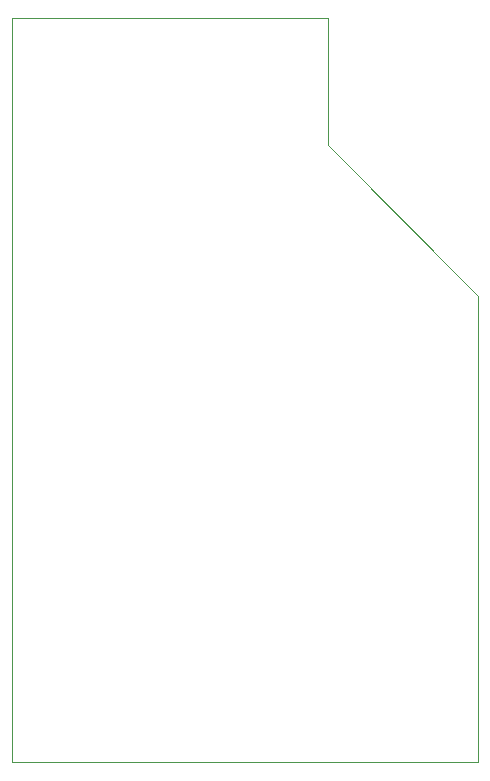
<source format=gm1>
G75*
%MOIN*%
%OFA0B0*%
%FSLAX24Y24*%
%IPPOS*%
%LPD*%
%AMOC8*
5,1,8,0,0,1.08239X$1,22.5*
%
%ADD10C,0.0000*%
D10*
X000719Y000702D02*
X000719Y025505D01*
X011250Y025505D01*
X011250Y021273D01*
X016270Y016253D01*
X016270Y000702D01*
X000719Y000702D01*
M02*

</source>
